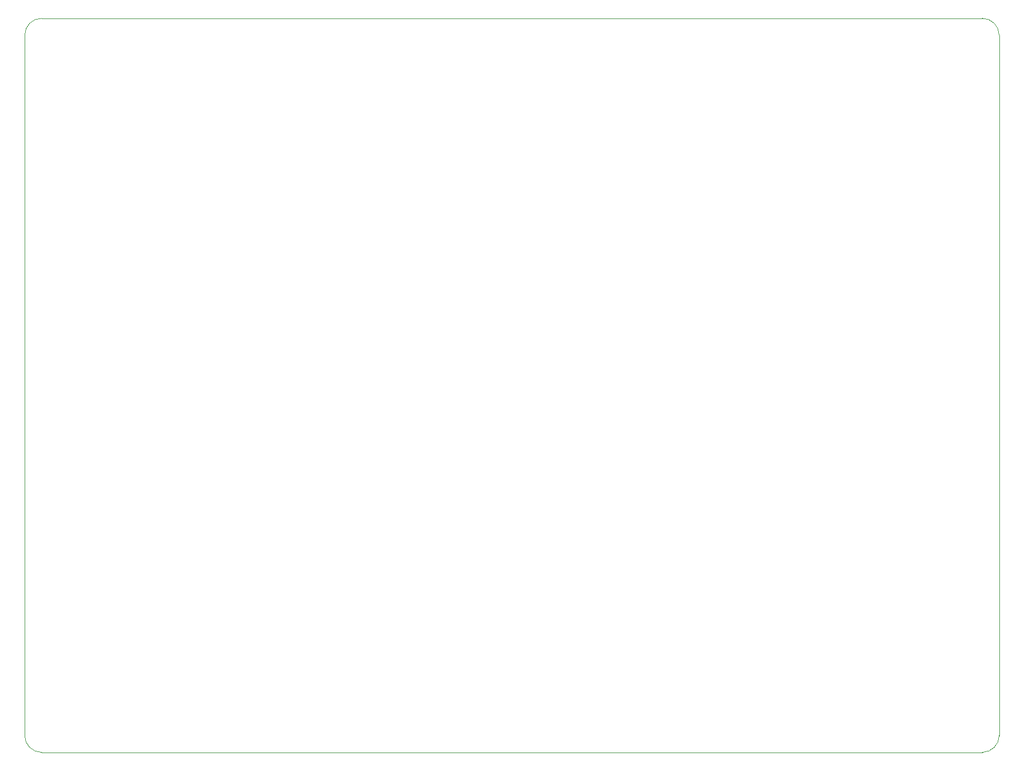
<source format=gbr>
%TF.GenerationSoftware,KiCad,Pcbnew,(7.0.0-0)*%
%TF.CreationDate,2023-04-16T10:07:54+09:00*%
%TF.ProjectId,plates,706c6174-6573-42e6-9b69-6361645f7063,rev?*%
%TF.SameCoordinates,Original*%
%TF.FileFunction,Profile,NP*%
%FSLAX46Y46*%
G04 Gerber Fmt 4.6, Leading zero omitted, Abs format (unit mm)*
G04 Created by KiCad (PCBNEW (7.0.0-0)) date 2023-04-16 10:07:54*
%MOMM*%
%LPD*%
G01*
G04 APERTURE LIST*
%TA.AperFunction,Profile*%
%ADD10C,0.100000*%
%TD*%
G04 APERTURE END LIST*
D10*
X167683949Y-131376049D02*
G75*
G03*
X170223949Y-128836051I-49J2540049D01*
G01*
X25400000Y-131376051D02*
X167683949Y-131376051D01*
X25400000Y-20316050D02*
G75*
G03*
X22860000Y-22856051I0J-2540000D01*
G01*
X22859999Y-128836051D02*
G75*
G03*
X25400000Y-131376051I2540031J31D01*
G01*
X170223949Y-22852102D02*
X170223949Y-128836051D01*
X170223898Y-22852102D02*
G75*
G03*
X167683949Y-20312102I-2539998J2D01*
G01*
X22860000Y-22856051D02*
X22860000Y-128836051D01*
X25400000Y-20316051D02*
X167683949Y-20312102D01*
M02*

</source>
